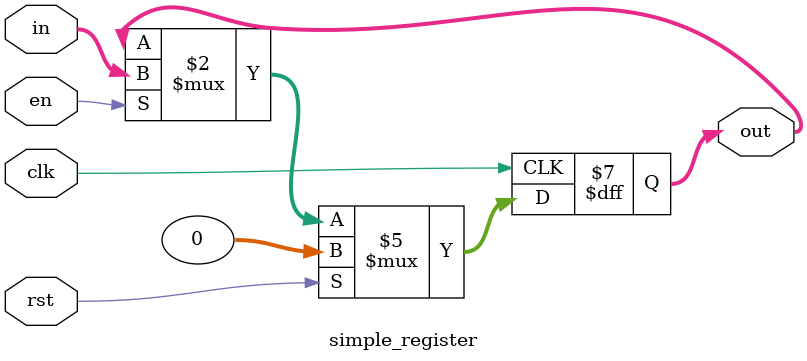
<source format=sv>
`timescale 1ns / 1ps

module simple_register #(parameter W = 32)(
    input logic             clk,
    input logic             rst,
    
    input logic             en,
    input logic     [W-1:0] in,
    output logic    [W-1:0] out
    );
    always_ff @(posedge clk) begin
        if      (rst)    out   <= '0;
        else if (en) out   <= in;
    end
endmodule

</source>
